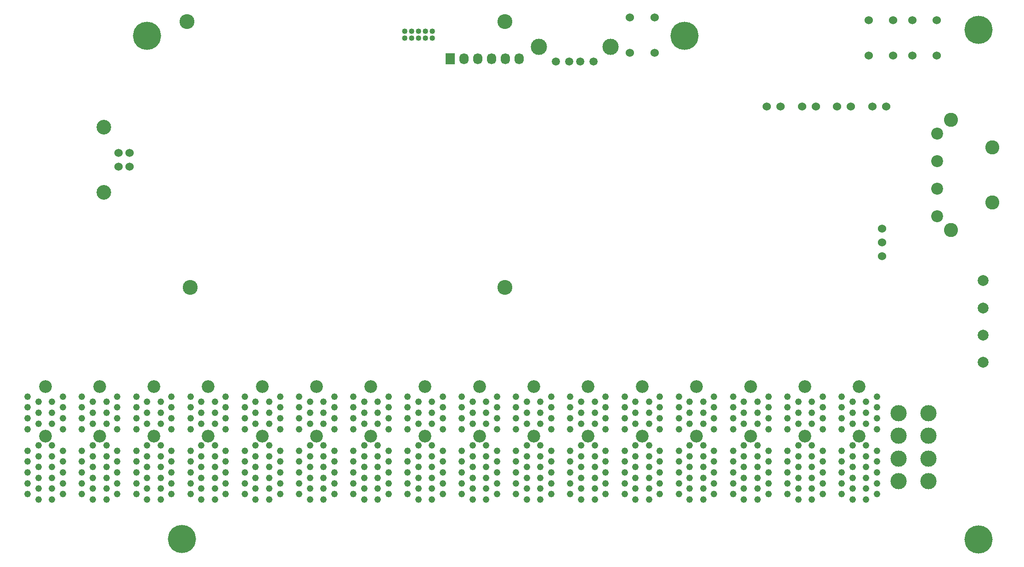
<source format=gbr>
G04 #@! TF.FileFunction,Soldermask,Bot*
%FSLAX46Y46*%
G04 Gerber Fmt 4.6, Leading zero omitted, Abs format (unit mm)*
G04 Created by KiCad (PCBNEW 4.0.2+e4-6225~38~ubuntu14.04.1-stable) date Tue 02 Aug 2016 10:34:59 AM PDT*
%MOMM*%
G01*
G04 APERTURE LIST*
%ADD10C,0.100000*%
%ADD11C,2.350000*%
%ADD12C,1.230000*%
%ADD13C,3.000000*%
%ADD14C,2.600000*%
%ADD15C,2.200000*%
%ADD16C,2.000000*%
%ADD17C,1.524000*%
%ADD18C,2.700020*%
%ADD19C,2.750000*%
%ADD20C,1.016000*%
%ADD21C,5.200000*%
%ADD22R,1.727200X2.032000*%
%ADD23O,1.727200X2.032000*%
%ADD24C,1.501140*%
%ADD25C,2.999740*%
G04 APERTURE END LIST*
D10*
D11*
X160000000Y-118000000D03*
X160000000Y-108850000D03*
D12*
X158750000Y-129650000D03*
X156750000Y-128650000D03*
X158750000Y-127650000D03*
X156750000Y-126650000D03*
X158750000Y-125650000D03*
X156750000Y-124650000D03*
X158750000Y-123650000D03*
X156750000Y-122650000D03*
X158750000Y-121650000D03*
X156750000Y-120650000D03*
X158750000Y-119650000D03*
X156750000Y-116650000D03*
X158750000Y-115650000D03*
X156750000Y-114650000D03*
X158750000Y-113650000D03*
X156750000Y-112650000D03*
X158750000Y-111650000D03*
X156750000Y-110650000D03*
X161250000Y-129650000D03*
X163250000Y-128650000D03*
X161250000Y-127650000D03*
X163250000Y-126650000D03*
X161250000Y-125650000D03*
X163250000Y-124650000D03*
X161250000Y-123650000D03*
X163250000Y-122650000D03*
X161250000Y-121650000D03*
X163250000Y-120650000D03*
X161250000Y-119650000D03*
X163250000Y-116650000D03*
X161250000Y-115650000D03*
X163250000Y-114650000D03*
X161250000Y-113650000D03*
X163250000Y-112650000D03*
X161250000Y-111650000D03*
X163250000Y-110650000D03*
D11*
X110000000Y-118000000D03*
X110000000Y-108850000D03*
D12*
X108750000Y-129650000D03*
X106750000Y-128650000D03*
X108750000Y-127650000D03*
X106750000Y-126650000D03*
X108750000Y-125650000D03*
X106750000Y-124650000D03*
X108750000Y-123650000D03*
X106750000Y-122650000D03*
X108750000Y-121650000D03*
X106750000Y-120650000D03*
X108750000Y-119650000D03*
X106750000Y-116650000D03*
X108750000Y-115650000D03*
X106750000Y-114650000D03*
X108750000Y-113650000D03*
X106750000Y-112650000D03*
X108750000Y-111650000D03*
X106750000Y-110650000D03*
X111250000Y-129650000D03*
X113250000Y-128650000D03*
X111250000Y-127650000D03*
X113250000Y-126650000D03*
X111250000Y-125650000D03*
X113250000Y-124650000D03*
X111250000Y-123650000D03*
X113250000Y-122650000D03*
X111250000Y-121650000D03*
X113250000Y-120650000D03*
X111250000Y-119650000D03*
X113250000Y-116650000D03*
X111250000Y-115650000D03*
X113250000Y-114650000D03*
X111250000Y-113650000D03*
X113250000Y-112650000D03*
X111250000Y-111650000D03*
X113250000Y-110650000D03*
D11*
X70000000Y-118000000D03*
X70000000Y-108850000D03*
D12*
X68750000Y-129650000D03*
X66750000Y-128650000D03*
X68750000Y-127650000D03*
X66750000Y-126650000D03*
X68750000Y-125650000D03*
X66750000Y-124650000D03*
X68750000Y-123650000D03*
X66750000Y-122650000D03*
X68750000Y-121650000D03*
X66750000Y-120650000D03*
X68750000Y-119650000D03*
X66750000Y-116650000D03*
X68750000Y-115650000D03*
X66750000Y-114650000D03*
X68750000Y-113650000D03*
X66750000Y-112650000D03*
X68750000Y-111650000D03*
X66750000Y-110650000D03*
X71250000Y-129650000D03*
X73250000Y-128650000D03*
X71250000Y-127650000D03*
X73250000Y-126650000D03*
X71250000Y-125650000D03*
X73250000Y-124650000D03*
X71250000Y-123650000D03*
X73250000Y-122650000D03*
X71250000Y-121650000D03*
X73250000Y-120650000D03*
X71250000Y-119650000D03*
X73250000Y-116650000D03*
X71250000Y-115650000D03*
X73250000Y-114650000D03*
X71250000Y-113650000D03*
X73250000Y-112650000D03*
X71250000Y-111650000D03*
X73250000Y-110650000D03*
D11*
X170000000Y-118000000D03*
X170000000Y-108850000D03*
D12*
X168750000Y-129650000D03*
X166750000Y-128650000D03*
X168750000Y-127650000D03*
X166750000Y-126650000D03*
X168750000Y-125650000D03*
X166750000Y-124650000D03*
X168750000Y-123650000D03*
X166750000Y-122650000D03*
X168750000Y-121650000D03*
X166750000Y-120650000D03*
X168750000Y-119650000D03*
X166750000Y-116650000D03*
X168750000Y-115650000D03*
X166750000Y-114650000D03*
X168750000Y-113650000D03*
X166750000Y-112650000D03*
X168750000Y-111650000D03*
X166750000Y-110650000D03*
X171250000Y-129650000D03*
X173250000Y-128650000D03*
X171250000Y-127650000D03*
X173250000Y-126650000D03*
X171250000Y-125650000D03*
X173250000Y-124650000D03*
X171250000Y-123650000D03*
X173250000Y-122650000D03*
X171250000Y-121650000D03*
X173250000Y-120650000D03*
X171250000Y-119650000D03*
X173250000Y-116650000D03*
X171250000Y-115650000D03*
X173250000Y-114650000D03*
X171250000Y-113650000D03*
X173250000Y-112650000D03*
X171250000Y-111650000D03*
X173250000Y-110650000D03*
D11*
X180000000Y-118000000D03*
X180000000Y-108850000D03*
D12*
X178750000Y-129650000D03*
X176750000Y-128650000D03*
X178750000Y-127650000D03*
X176750000Y-126650000D03*
X178750000Y-125650000D03*
X176750000Y-124650000D03*
X178750000Y-123650000D03*
X176750000Y-122650000D03*
X178750000Y-121650000D03*
X176750000Y-120650000D03*
X178750000Y-119650000D03*
X176750000Y-116650000D03*
X178750000Y-115650000D03*
X176750000Y-114650000D03*
X178750000Y-113650000D03*
X176750000Y-112650000D03*
X178750000Y-111650000D03*
X176750000Y-110650000D03*
X181250000Y-129650000D03*
X183250000Y-128650000D03*
X181250000Y-127650000D03*
X183250000Y-126650000D03*
X181250000Y-125650000D03*
X183250000Y-124650000D03*
X181250000Y-123650000D03*
X183250000Y-122650000D03*
X181250000Y-121650000D03*
X183250000Y-120650000D03*
X181250000Y-119650000D03*
X183250000Y-116650000D03*
X181250000Y-115650000D03*
X183250000Y-114650000D03*
X181250000Y-113650000D03*
X183250000Y-112650000D03*
X181250000Y-111650000D03*
X183250000Y-110650000D03*
D11*
X190000000Y-118000000D03*
X190000000Y-108850000D03*
D12*
X188750000Y-129650000D03*
X186750000Y-128650000D03*
X188750000Y-127650000D03*
X186750000Y-126650000D03*
X188750000Y-125650000D03*
X186750000Y-124650000D03*
X188750000Y-123650000D03*
X186750000Y-122650000D03*
X188750000Y-121650000D03*
X186750000Y-120650000D03*
X188750000Y-119650000D03*
X186750000Y-116650000D03*
X188750000Y-115650000D03*
X186750000Y-114650000D03*
X188750000Y-113650000D03*
X186750000Y-112650000D03*
X188750000Y-111650000D03*
X186750000Y-110650000D03*
X191250000Y-129650000D03*
X193250000Y-128650000D03*
X191250000Y-127650000D03*
X193250000Y-126650000D03*
X191250000Y-125650000D03*
X193250000Y-124650000D03*
X191250000Y-123650000D03*
X193250000Y-122650000D03*
X191250000Y-121650000D03*
X193250000Y-120650000D03*
X191250000Y-119650000D03*
X193250000Y-116650000D03*
X191250000Y-115650000D03*
X193250000Y-114650000D03*
X191250000Y-113650000D03*
X193250000Y-112650000D03*
X191250000Y-111650000D03*
X193250000Y-110650000D03*
D11*
X200000000Y-118000000D03*
X200000000Y-108850000D03*
D12*
X198750000Y-129650000D03*
X196750000Y-128650000D03*
X198750000Y-127650000D03*
X196750000Y-126650000D03*
X198750000Y-125650000D03*
X196750000Y-124650000D03*
X198750000Y-123650000D03*
X196750000Y-122650000D03*
X198750000Y-121650000D03*
X196750000Y-120650000D03*
X198750000Y-119650000D03*
X196750000Y-116650000D03*
X198750000Y-115650000D03*
X196750000Y-114650000D03*
X198750000Y-113650000D03*
X196750000Y-112650000D03*
X198750000Y-111650000D03*
X196750000Y-110650000D03*
X201250000Y-129650000D03*
X203250000Y-128650000D03*
X201250000Y-127650000D03*
X203250000Y-126650000D03*
X201250000Y-125650000D03*
X203250000Y-124650000D03*
X201250000Y-123650000D03*
X203250000Y-122650000D03*
X201250000Y-121650000D03*
X203250000Y-120650000D03*
X201250000Y-119650000D03*
X203250000Y-116650000D03*
X201250000Y-115650000D03*
X203250000Y-114650000D03*
X201250000Y-113650000D03*
X203250000Y-112650000D03*
X201250000Y-111650000D03*
X203250000Y-110650000D03*
D11*
X80000000Y-118000000D03*
X80000000Y-108850000D03*
D12*
X78750000Y-129650000D03*
X76750000Y-128650000D03*
X78750000Y-127650000D03*
X76750000Y-126650000D03*
X78750000Y-125650000D03*
X76750000Y-124650000D03*
X78750000Y-123650000D03*
X76750000Y-122650000D03*
X78750000Y-121650000D03*
X76750000Y-120650000D03*
X78750000Y-119650000D03*
X76750000Y-116650000D03*
X78750000Y-115650000D03*
X76750000Y-114650000D03*
X78750000Y-113650000D03*
X76750000Y-112650000D03*
X78750000Y-111650000D03*
X76750000Y-110650000D03*
X81250000Y-129650000D03*
X83250000Y-128650000D03*
X81250000Y-127650000D03*
X83250000Y-126650000D03*
X81250000Y-125650000D03*
X83250000Y-124650000D03*
X81250000Y-123650000D03*
X83250000Y-122650000D03*
X81250000Y-121650000D03*
X83250000Y-120650000D03*
X81250000Y-119650000D03*
X83250000Y-116650000D03*
X81250000Y-115650000D03*
X83250000Y-114650000D03*
X81250000Y-113650000D03*
X83250000Y-112650000D03*
X81250000Y-111650000D03*
X83250000Y-110650000D03*
D11*
X90000000Y-118000000D03*
X90000000Y-108850000D03*
D12*
X88750000Y-129650000D03*
X86750000Y-128650000D03*
X88750000Y-127650000D03*
X86750000Y-126650000D03*
X88750000Y-125650000D03*
X86750000Y-124650000D03*
X88750000Y-123650000D03*
X86750000Y-122650000D03*
X88750000Y-121650000D03*
X86750000Y-120650000D03*
X88750000Y-119650000D03*
X86750000Y-116650000D03*
X88750000Y-115650000D03*
X86750000Y-114650000D03*
X88750000Y-113650000D03*
X86750000Y-112650000D03*
X88750000Y-111650000D03*
X86750000Y-110650000D03*
X91250000Y-129650000D03*
X93250000Y-128650000D03*
X91250000Y-127650000D03*
X93250000Y-126650000D03*
X91250000Y-125650000D03*
X93250000Y-124650000D03*
X91250000Y-123650000D03*
X93250000Y-122650000D03*
X91250000Y-121650000D03*
X93250000Y-120650000D03*
X91250000Y-119650000D03*
X93250000Y-116650000D03*
X91250000Y-115650000D03*
X93250000Y-114650000D03*
X91250000Y-113650000D03*
X93250000Y-112650000D03*
X91250000Y-111650000D03*
X93250000Y-110650000D03*
D11*
X100000000Y-118000000D03*
X100000000Y-108850000D03*
D12*
X98750000Y-129650000D03*
X96750000Y-128650000D03*
X98750000Y-127650000D03*
X96750000Y-126650000D03*
X98750000Y-125650000D03*
X96750000Y-124650000D03*
X98750000Y-123650000D03*
X96750000Y-122650000D03*
X98750000Y-121650000D03*
X96750000Y-120650000D03*
X98750000Y-119650000D03*
X96750000Y-116650000D03*
X98750000Y-115650000D03*
X96750000Y-114650000D03*
X98750000Y-113650000D03*
X96750000Y-112650000D03*
X98750000Y-111650000D03*
X96750000Y-110650000D03*
X101250000Y-129650000D03*
X103250000Y-128650000D03*
X101250000Y-127650000D03*
X103250000Y-126650000D03*
X101250000Y-125650000D03*
X103250000Y-124650000D03*
X101250000Y-123650000D03*
X103250000Y-122650000D03*
X101250000Y-121650000D03*
X103250000Y-120650000D03*
X101250000Y-119650000D03*
X103250000Y-116650000D03*
X101250000Y-115650000D03*
X103250000Y-114650000D03*
X101250000Y-113650000D03*
X103250000Y-112650000D03*
X101250000Y-111650000D03*
X103250000Y-110650000D03*
D11*
X120000000Y-118000000D03*
X120000000Y-108850000D03*
D12*
X118750000Y-129650000D03*
X116750000Y-128650000D03*
X118750000Y-127650000D03*
X116750000Y-126650000D03*
X118750000Y-125650000D03*
X116750000Y-124650000D03*
X118750000Y-123650000D03*
X116750000Y-122650000D03*
X118750000Y-121650000D03*
X116750000Y-120650000D03*
X118750000Y-119650000D03*
X116750000Y-116650000D03*
X118750000Y-115650000D03*
X116750000Y-114650000D03*
X118750000Y-113650000D03*
X116750000Y-112650000D03*
X118750000Y-111650000D03*
X116750000Y-110650000D03*
X121250000Y-129650000D03*
X123250000Y-128650000D03*
X121250000Y-127650000D03*
X123250000Y-126650000D03*
X121250000Y-125650000D03*
X123250000Y-124650000D03*
X121250000Y-123650000D03*
X123250000Y-122650000D03*
X121250000Y-121650000D03*
X123250000Y-120650000D03*
X121250000Y-119650000D03*
X123250000Y-116650000D03*
X121250000Y-115650000D03*
X123250000Y-114650000D03*
X121250000Y-113650000D03*
X123250000Y-112650000D03*
X121250000Y-111650000D03*
X123250000Y-110650000D03*
D11*
X130000000Y-118000000D03*
X130000000Y-108850000D03*
D12*
X128750000Y-129650000D03*
X126750000Y-128650000D03*
X128750000Y-127650000D03*
X126750000Y-126650000D03*
X128750000Y-125650000D03*
X126750000Y-124650000D03*
X128750000Y-123650000D03*
X126750000Y-122650000D03*
X128750000Y-121650000D03*
X126750000Y-120650000D03*
X128750000Y-119650000D03*
X126750000Y-116650000D03*
X128750000Y-115650000D03*
X126750000Y-114650000D03*
X128750000Y-113650000D03*
X126750000Y-112650000D03*
X128750000Y-111650000D03*
X126750000Y-110650000D03*
X131250000Y-129650000D03*
X133250000Y-128650000D03*
X131250000Y-127650000D03*
X133250000Y-126650000D03*
X131250000Y-125650000D03*
X133250000Y-124650000D03*
X131250000Y-123650000D03*
X133250000Y-122650000D03*
X131250000Y-121650000D03*
X133250000Y-120650000D03*
X131250000Y-119650000D03*
X133250000Y-116650000D03*
X131250000Y-115650000D03*
X133250000Y-114650000D03*
X131250000Y-113650000D03*
X133250000Y-112650000D03*
X131250000Y-111650000D03*
X133250000Y-110650000D03*
D11*
X140000000Y-118000000D03*
X140000000Y-108850000D03*
D12*
X138750000Y-129650000D03*
X136750000Y-128650000D03*
X138750000Y-127650000D03*
X136750000Y-126650000D03*
X138750000Y-125650000D03*
X136750000Y-124650000D03*
X138750000Y-123650000D03*
X136750000Y-122650000D03*
X138750000Y-121650000D03*
X136750000Y-120650000D03*
X138750000Y-119650000D03*
X136750000Y-116650000D03*
X138750000Y-115650000D03*
X136750000Y-114650000D03*
X138750000Y-113650000D03*
X136750000Y-112650000D03*
X138750000Y-111650000D03*
X136750000Y-110650000D03*
X141250000Y-129650000D03*
X143250000Y-128650000D03*
X141250000Y-127650000D03*
X143250000Y-126650000D03*
X141250000Y-125650000D03*
X143250000Y-124650000D03*
X141250000Y-123650000D03*
X143250000Y-122650000D03*
X141250000Y-121650000D03*
X143250000Y-120650000D03*
X141250000Y-119650000D03*
X143250000Y-116650000D03*
X141250000Y-115650000D03*
X143250000Y-114650000D03*
X141250000Y-113650000D03*
X143250000Y-112650000D03*
X141250000Y-111650000D03*
X143250000Y-110650000D03*
D11*
X150000000Y-118000000D03*
X150000000Y-108850000D03*
D12*
X148750000Y-129650000D03*
X146750000Y-128650000D03*
X148750000Y-127650000D03*
X146750000Y-126650000D03*
X148750000Y-125650000D03*
X146750000Y-124650000D03*
X148750000Y-123650000D03*
X146750000Y-122650000D03*
X148750000Y-121650000D03*
X146750000Y-120650000D03*
X148750000Y-119650000D03*
X146750000Y-116650000D03*
X148750000Y-115650000D03*
X146750000Y-114650000D03*
X148750000Y-113650000D03*
X146750000Y-112650000D03*
X148750000Y-111650000D03*
X146750000Y-110650000D03*
X151250000Y-129650000D03*
X153250000Y-128650000D03*
X151250000Y-127650000D03*
X153250000Y-126650000D03*
X151250000Y-125650000D03*
X153250000Y-124650000D03*
X151250000Y-123650000D03*
X153250000Y-122650000D03*
X151250000Y-121650000D03*
X153250000Y-120650000D03*
X151250000Y-119650000D03*
X153250000Y-116650000D03*
X151250000Y-115650000D03*
X153250000Y-114650000D03*
X151250000Y-113650000D03*
X153250000Y-112650000D03*
X151250000Y-111650000D03*
X153250000Y-110650000D03*
D11*
X210000000Y-118000000D03*
X210000000Y-108850000D03*
D12*
X208750000Y-129650000D03*
X206750000Y-128650000D03*
X208750000Y-127650000D03*
X206750000Y-126650000D03*
X208750000Y-125650000D03*
X206750000Y-124650000D03*
X208750000Y-123650000D03*
X206750000Y-122650000D03*
X208750000Y-121650000D03*
X206750000Y-120650000D03*
X208750000Y-119650000D03*
X206750000Y-116650000D03*
X208750000Y-115650000D03*
X206750000Y-114650000D03*
X208750000Y-113650000D03*
X206750000Y-112650000D03*
X208750000Y-111650000D03*
X206750000Y-110650000D03*
X211250000Y-129650000D03*
X213250000Y-128650000D03*
X211250000Y-127650000D03*
X213250000Y-126650000D03*
X211250000Y-125650000D03*
X213250000Y-124650000D03*
X211250000Y-123650000D03*
X213250000Y-122650000D03*
X211250000Y-121650000D03*
X213250000Y-120650000D03*
X211250000Y-119650000D03*
X213250000Y-116650000D03*
X211250000Y-115650000D03*
X213250000Y-114650000D03*
X211250000Y-113650000D03*
X213250000Y-112650000D03*
X211250000Y-111650000D03*
X213250000Y-110650000D03*
D11*
X220000000Y-118000000D03*
X220000000Y-108850000D03*
D12*
X218750000Y-129650000D03*
X216750000Y-128650000D03*
X218750000Y-127650000D03*
X216750000Y-126650000D03*
X218750000Y-125650000D03*
X216750000Y-124650000D03*
X218750000Y-123650000D03*
X216750000Y-122650000D03*
X218750000Y-121650000D03*
X216750000Y-120650000D03*
X218750000Y-119650000D03*
X216750000Y-116650000D03*
X218750000Y-115650000D03*
X216750000Y-114650000D03*
X218750000Y-113650000D03*
X216750000Y-112650000D03*
X218750000Y-111650000D03*
X216750000Y-110650000D03*
X221250000Y-129650000D03*
X223250000Y-128650000D03*
X221250000Y-127650000D03*
X223250000Y-126650000D03*
X221250000Y-125650000D03*
X223250000Y-124650000D03*
X221250000Y-123650000D03*
X223250000Y-122650000D03*
X221250000Y-121650000D03*
X223250000Y-120650000D03*
X221250000Y-119650000D03*
X223250000Y-116650000D03*
X221250000Y-115650000D03*
X223250000Y-114650000D03*
X221250000Y-113650000D03*
X223250000Y-112650000D03*
X221250000Y-111650000D03*
X223250000Y-110650000D03*
D13*
X232750000Y-113700000D03*
X227250000Y-113700000D03*
X232750000Y-117900000D03*
X227250000Y-117900000D03*
X232750000Y-122100000D03*
X227250000Y-122100000D03*
X232750000Y-126300000D03*
X227250000Y-126300000D03*
D14*
X244560000Y-64720000D03*
X244560000Y-74880000D03*
X236940000Y-59640000D03*
D15*
X234400000Y-77420000D03*
X234400000Y-72340000D03*
X234400000Y-67260000D03*
X234400000Y-62180000D03*
D14*
X236940000Y-79960000D03*
D16*
X242800000Y-104300000D03*
X242800000Y-99300000D03*
X242800000Y-94300000D03*
X242800000Y-89300000D03*
D17*
X85500000Y-65730000D03*
X85500000Y-68270000D03*
X83501020Y-68270000D03*
X83501020Y-65730000D03*
D18*
X80801000Y-61000520D03*
X80801000Y-72999480D03*
D17*
X229750000Y-47750000D03*
X229750000Y-41250000D03*
X234250000Y-47750000D03*
X234250000Y-41250000D03*
X224200000Y-84790000D03*
X224200000Y-82250000D03*
X224200000Y-79710000D03*
X226250000Y-41250000D03*
X226250000Y-47750000D03*
X221750000Y-41250000D03*
X221750000Y-47750000D03*
D19*
X96060000Y-41500000D03*
X96660000Y-90500000D03*
X154660000Y-41500000D03*
X154660000Y-90500000D03*
D20*
X136260000Y-44535000D03*
X136260000Y-43265000D03*
X137530000Y-44535000D03*
X137530000Y-43265000D03*
X138800000Y-44535000D03*
X138800000Y-43265000D03*
X140070000Y-44535000D03*
X140070000Y-43265000D03*
X141340000Y-44535000D03*
X141340000Y-43265000D03*
D21*
X95200000Y-136950000D03*
X88700000Y-44100000D03*
X187800000Y-44100000D03*
X242000000Y-43000000D03*
X242000000Y-137000000D03*
D22*
X144650000Y-48400000D03*
D23*
X147190000Y-48400000D03*
X149730000Y-48400000D03*
X152270000Y-48400000D03*
X154810000Y-48400000D03*
X157350000Y-48400000D03*
D17*
X182250000Y-40750000D03*
X182250000Y-47250000D03*
X177750000Y-40750000D03*
X177750000Y-47250000D03*
D24*
X164060000Y-48900000D03*
X166560000Y-48900000D03*
X168560000Y-48900000D03*
X171060000Y-48900000D03*
D25*
X160990000Y-46190000D03*
X174130000Y-46190000D03*
D17*
X215930000Y-57200000D03*
X218470000Y-57200000D03*
X222430000Y-57200000D03*
X224970000Y-57200000D03*
X209430000Y-57200000D03*
X211970000Y-57200000D03*
X202930000Y-57200000D03*
X205470000Y-57200000D03*
M02*

</source>
